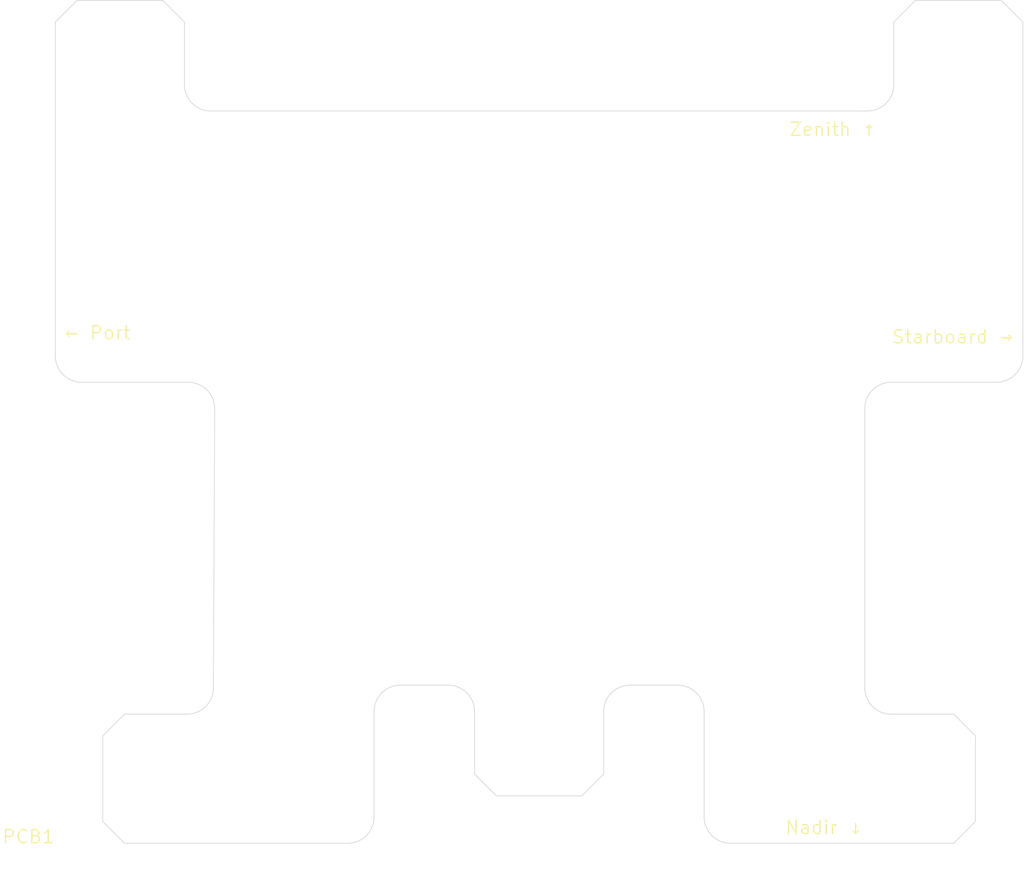
<source format=kicad_pcb>
(kicad_pcb (version 20221018) (generator pcbnew)
  (layers (0 "F.Cu" signal) (31 "B.Cu" signal) (34 "B.Paste" user) (35 "F.Paste" user) (36 "B.SilkS" user "B.Silkscreen") (37 "F.SilkS" user "F.Silkscreen") (38 "B.Mask" user) (39 "F.Mask" user) (44 "Edge.Cuts" user))
  (net 0 "")
  (footprint "footprints:Core_Board_PCB_Shape" (layer "F.Cu") (at 117.2425 121.8675)
    (fp_text reference "PCB1" (at 0 -0.5 unlocked) (layer "F.SilkS") (effects (font (thickness 0.1)) (justify right)))
    (fp_text value "~")
    (fp_text user "Starboard →" (at 72.88 -38.45 unlocked) (layer "F.SilkS") (effects (font (thickness 0.1)) (justify right)))
    (fp_text user "Nadir ↓" (at 61.45 -1.2 unlocked) (layer "F.SilkS") (effects (font (thickness 0.1)) (justify right)))
    (fp_text user "Zenith ↑" (at 62.47 -54.21 unlocked) (layer "F.SilkS") (effects (font (thickness 0.1)) (justify right)))
    (fp_text user "← Port" (at 0.55 -38.76 unlocked) (layer "F.SilkS") (effects (font (thickness 0.1)) (justify left)))
    (fp_line (start 0 -37) (end 0 -62.35) (stroke (width 0.05)) (layer "Edge.Cuts"))
    (fp_line (start 1.65 -64) (end 0 -62.35) (stroke (width 0.05)) (layer "Edge.Cuts"))
    (fp_line (start 1.65 -64) (end 8.15 -64) (stroke (width 0.05)) (layer "Edge.Cuts"))
    (fp_line (start 3.6 -8.15) (end 5.25 -9.8) (stroke (width 0.05)) (layer "Edge.Cuts"))
    (fp_line (start 3.6 -1.65) (end 3.6 -8.15) (stroke (width 0.05)) (layer "Edge.Cuts"))
    (fp_line (start 3.6 -1.65) (end 5.25 0) (stroke (width 0.05)) (layer "Edge.Cuts"))
    (fp_line (start 5.25 -9.8) (end 10 -9.8) (stroke (width 0.05)) (layer "Edge.Cuts"))
    (fp_line (start 8.15 -64) (end 9.8 -62.35) (stroke (width 0.05)) (layer "Edge.Cuts"))
    (fp_line (start 9.8 -62.35) (end 9.8 -57.6) (stroke (width 0.05)) (layer "Edge.Cuts"))
    (fp_line (start 10 0) (end 5.25 0) (stroke (width 0.05)) (layer "Edge.Cuts"))
    (fp_line (start 10.1 -35) (end 2 -35) (stroke (width 0.05)) (layer "Edge.Cuts"))
    (fp_line (start 11.8 -55.6) (end 12.5 -55.6) (stroke (width 0.05)) (layer "Edge.Cuts"))
    (fp_line (start 12 -11.8) (end 12 -12.5) (stroke (width 0.05)) (layer "Edge.Cuts"))
    (fp_line (start 12.1 -33) (end 12 -12.5) (stroke (width 0.05)) (layer "Edge.Cuts"))
    (fp_line (start 22.2 0) (end 10 0) (stroke (width 0.05)) (layer "Edge.Cuts"))
    (fp_line (start 24.2 -10) (end 24.2 -2) (stroke (width 0.05)) (layer "Edge.Cuts"))
    (fp_line (start 29.83 -12) (end 26.2 -12) (stroke (width 0.05)) (layer "Edge.Cuts"))
    (fp_line (start 31.83 -5.25) (end 31.83 -10) (stroke (width 0.05)) (layer "Edge.Cuts"))
    (fp_line (start 31.83 -5.25) (end 33.48 -3.6) (stroke (width 0.05)) (layer "Edge.Cuts"))
    (fp_line (start 39.98 -3.6) (end 33.48 -3.6) (stroke (width 0.05)) (layer "Edge.Cuts"))
    (fp_line (start 41.63 -10) (end 41.63 -5.25) (stroke (width 0.05)) (layer "Edge.Cuts"))
    (fp_line (start 41.63 -5.25) (end 39.98 -3.6) (stroke (width 0.05)) (layer "Edge.Cuts"))
    (fp_line (start 47.26 -12) (end 43.63 -12) (stroke (width 0.05)) (layer "Edge.Cuts"))
    (fp_line (start 49.26 -2) (end 49.26 -10) (stroke (width 0.05)) (layer "Edge.Cuts"))
    (fp_line (start 60.96 -55.6) (end 12.5 -55.6) (stroke (width 0.05)) (layer "Edge.Cuts"))
    (fp_line (start 60.96 -55.6) (end 61.66 -55.6) (stroke (width 0.05)) (layer "Edge.Cuts"))
    (fp_line (start 61.46 -33) (end 61.46 -11.8) (stroke (width 0.05)) (layer "Edge.Cuts"))
    (fp_line (start 63.46 -9.8) (end 68.21 -9.8) (stroke (width 0.05)) (layer "Edge.Cuts"))
    (fp_line (start 63.46 0) (end 51.26 0) (stroke (width 0.05)) (layer "Edge.Cuts"))
    (fp_line (start 63.66 -57.6) (end 63.66 -62.35) (stroke (width 0.05)) (layer "Edge.Cuts"))
    (fp_line (start 65.31 -64) (end 63.66 -62.35) (stroke (width 0.05)) (layer "Edge.Cuts"))
    (fp_line (start 65.31 -64) (end 71.81 -64) (stroke (width 0.05)) (layer "Edge.Cuts"))
    (fp_line (start 68.21 -9.8) (end 69.86 -8.15) (stroke (width 0.05)) (layer "Edge.Cuts"))
    (fp_line (start 68.21 0) (end 63.46 0) (stroke (width 0.05)) (layer "Edge.Cuts"))
    (fp_line (start 69.86 -8.15) (end 69.86 -1.65) (stroke (width 0.05)) (layer "Edge.Cuts"))
    (fp_line (start 69.86 -1.65) (end 68.21 0) (stroke (width 0.05)) (layer "Edge.Cuts"))
    (fp_line (start 71.46 -35) (end 63.46 -35) (stroke (width 0.05)) (layer "Edge.Cuts"))
    (fp_line (start 73.46 -62.35) (end 71.81 -64) (stroke (width 0.05)) (layer "Edge.Cuts"))
    (fp_line (start 73.46 -62.35) (end 73.46 -37) (stroke (width 0.05)) (layer "Edge.Cuts"))
    (fp_arc (start 2 -35) (mid 0.585786 -35.585786) (end 0 -37) (stroke (width 0.05)) (layer "Edge.Cuts"))
    (fp_arc (start 10.1 -35) (mid 11.514214 -34.414214) (end 12.1 -33) (stroke (width 0.05)) (layer "Edge.Cuts"))
    (fp_arc (start 11.8 -55.6) (mid 10.385786 -56.185786) (end 9.8 -57.6) (stroke (width 0.05)) (layer "Edge.Cuts"))
    (fp_arc (start 12 -11.8) (mid 11.414214 -10.385786) (end 10 -9.8) (stroke (width 0.05)) (layer "Edge.Cuts"))
    (fp_arc (start 24.2 -10) (mid 24.785786 -11.414214) (end 26.2 -12) (stroke (width 0.05)) (layer "Edge.Cuts"))
    (fp_arc (start 24.2 -2) (mid 23.614214 -0.585786) (end 22.2 0) (stroke (width 0.05)) (layer "Edge.Cuts"))
    (fp_arc (start 29.83 -12) (mid 31.244214 -11.414214) (end 31.83 -10) (stroke (width 0.05)) (layer "Edge.Cuts"))
    (fp_arc (start 41.63 -10) (mid 42.215786 -11.414214) (end 43.63 -12) (stroke (width 0.05)) (layer "Edge.Cuts"))
    (fp_arc (start 47.26 -12) (mid 48.674214 -11.414214) (end 49.26 -10) (stroke (width 0.05)) (layer "Edge.Cuts"))
    (fp_arc (start 51.26 0) (mid 49.845786 -0.585786) (end 49.26 -2) (stroke (width 0.05)) (layer "Edge.Cuts"))
    (fp_arc (start 61.46 -33) (mid 62.045786 -34.414214) (end 63.46 -35) (stroke (width 0.05)) (layer "Edge.Cuts"))
    (fp_arc (start 63.46 -9.8) (mid 62.045786 -10.385786) (end 61.46 -11.8) (stroke (width 0.05)) (layer "Edge.Cuts"))
    (fp_arc (start 63.66 -57.6) (mid 63.074214 -56.185786) (end 61.66 -55.6) (stroke (width 0.05)) (layer "Edge.Cuts"))
    (fp_arc (start 73.46 -37) (mid 72.874214 -35.585786) (end 71.46 -35) (stroke (width 0.05)) (layer "Edge.Cuts"))
  )
)
</source>
